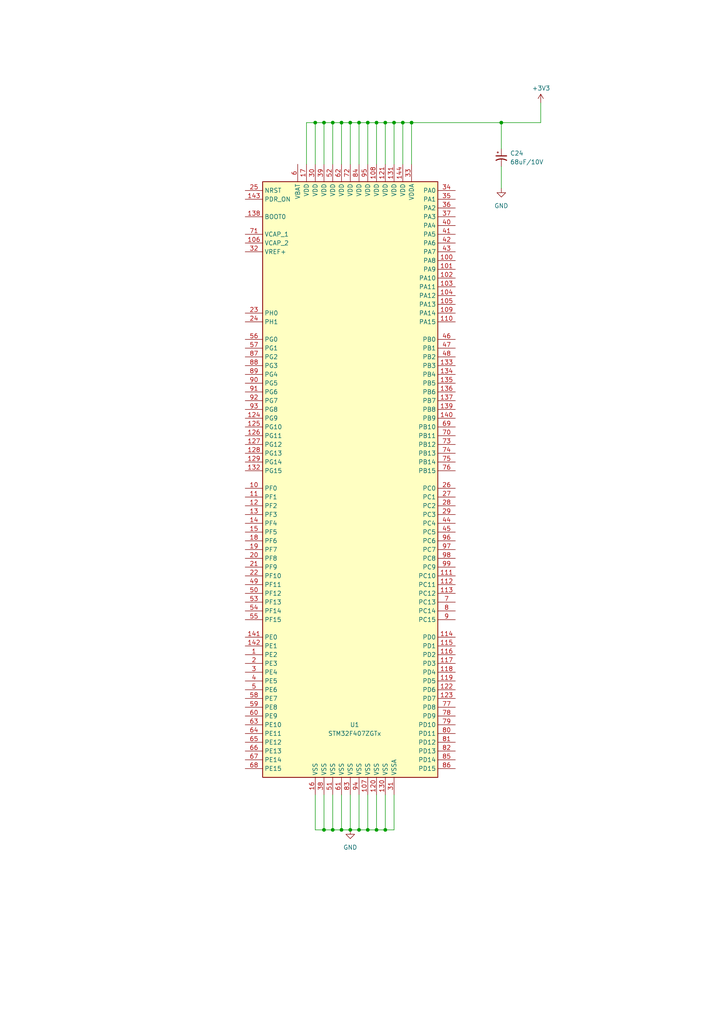
<source format=kicad_sch>
(kicad_sch (version 20210621) (generator eeschema)
  (paper "A4" portrait)
  (lib_symbols
    (symbol "Device:C_Polarized_Small_US" (pin_numbers hide) (pin_names (offset 0.254) hide)
      (property "Reference" "C" (at 0.254 1.778 0))
      (property "Value" "C_Polarized_Small_US" (at 0.254 -2.032 0))
      (symbol "C_Polarized_Small_US_0_1"
        (arc (start -1.524 -0.762) (end 1.524 -0.762) (radius (at 0 -3.556) (length 3.175) (angles 118.6 61.4)) (stroke (width 0.3048)))
        (polyline (pts (xy -1.524 0.508) (xy 1.524 0.508)) (stroke (width 0.3048)))
        (polyline (pts (xy -1.27 1.524) (xy -0.762 1.524)))
        (polyline (pts (xy -1.016 1.27) (xy -1.016 1.778)))
      )
      (symbol "C_Polarized_Small_US_1_1"
        (pin passive line (at 0 2.54 270) (length 2.032) (name "~") (number "1"))
        (pin passive line (at 0 -2.54 90) (length 2.032) (name "~") (number "2"))
      )
    )
    (symbol "MCU_ST_STM32F4:STM32F407ZGTx"
      (property "Reference" "U" (at -25.4 87.63 0))
      (property "Value" "STM32F407ZGTx" (at 20.32 87.63 0))
      (symbol "STM32F407ZGTx_0_1"
        (rectangle (start -25.4 -86.36) (end 25.4 86.36) (stroke (width 0.254)) (fill (type background)))
      )
      (symbol "STM32F407ZGTx_1_1"
        (pin bidirectional line (at -30.48 -50.8 0) (length 5.08) (name "PE2") (number "1"))
        (pin bidirectional line (at -30.48 -2.54 0) (length 5.08) (name "PF0") (number "10"))
        (pin bidirectional line (at 30.48 63.5 180) (length 5.08) (name "PA8") (number "100"))
        (pin bidirectional line (at 30.48 60.96 180) (length 5.08) (name "PA9") (number "101"))
        (pin bidirectional line (at 30.48 58.42 180) (length 5.08) (name "PA10") (number "102"))
        (pin bidirectional line (at 30.48 55.88 180) (length 5.08) (name "PA11") (number "103"))
        (pin bidirectional line (at 30.48 53.34 180) (length 5.08) (name "PA12") (number "104"))
        (pin bidirectional line (at 30.48 50.8 180) (length 5.08) (name "PA13") (number "105"))
        (pin power_in line (at -30.48 68.58 0) (length 5.08) (name "VCAP_2") (number "106"))
        (pin power_in line (at 5.08 -91.44 90) (length 5.08) (name "VSS") (number "107"))
        (pin power_in line (at 7.62 91.44 270) (length 5.08) (name "VDD") (number "108"))
        (pin bidirectional line (at 30.48 48.26 180) (length 5.08) (name "PA14") (number "109"))
        (pin bidirectional line (at -30.48 -5.08 0) (length 5.08) (name "PF1") (number "11"))
        (pin bidirectional line (at 30.48 45.72 180) (length 5.08) (name "PA15") (number "110"))
        (pin bidirectional line (at 30.48 -27.94 180) (length 5.08) (name "PC10") (number "111"))
        (pin bidirectional line (at 30.48 -30.48 180) (length 5.08) (name "PC11") (number "112"))
        (pin bidirectional line (at 30.48 -33.02 180) (length 5.08) (name "PC12") (number "113"))
        (pin bidirectional line (at 30.48 -45.72 180) (length 5.08) (name "PD0") (number "114"))
        (pin bidirectional line (at 30.48 -48.26 180) (length 5.08) (name "PD1") (number "115"))
        (pin bidirectional line (at 30.48 -50.8 180) (length 5.08) (name "PD2") (number "116"))
        (pin bidirectional line (at 30.48 -53.34 180) (length 5.08) (name "PD3") (number "117"))
        (pin bidirectional line (at 30.48 -55.88 180) (length 5.08) (name "PD4") (number "118"))
        (pin bidirectional line (at 30.48 -58.42 180) (length 5.08) (name "PD5") (number "119"))
        (pin bidirectional line (at -30.48 -7.62 0) (length 5.08) (name "PF2") (number "12"))
        (pin power_in line (at 7.62 -91.44 90) (length 5.08) (name "VSS") (number "120"))
        (pin power_in line (at 10.16 91.44 270) (length 5.08) (name "VDD") (number "121"))
        (pin bidirectional line (at 30.48 -60.96 180) (length 5.08) (name "PD6") (number "122"))
        (pin bidirectional line (at 30.48 -63.5 180) (length 5.08) (name "PD7") (number "123"))
        (pin bidirectional line (at -30.48 17.78 0) (length 5.08) (name "PG9") (number "124"))
        (pin bidirectional line (at -30.48 15.24 0) (length 5.08) (name "PG10") (number "125"))
        (pin bidirectional line (at -30.48 12.7 0) (length 5.08) (name "PG11") (number "126"))
        (pin bidirectional line (at -30.48 10.16 0) (length 5.08) (name "PG12") (number "127"))
        (pin bidirectional line (at -30.48 7.62 0) (length 5.08) (name "PG13") (number "128"))
        (pin bidirectional line (at -30.48 5.08 0) (length 5.08) (name "PG14") (number "129"))
        (pin bidirectional line (at -30.48 -10.16 0) (length 5.08) (name "PF3") (number "13"))
        (pin power_in line (at 10.16 -91.44 90) (length 5.08) (name "VSS") (number "130"))
        (pin power_in line (at 12.7 91.44 270) (length 5.08) (name "VDD") (number "131"))
        (pin bidirectional line (at -30.48 2.54 0) (length 5.08) (name "PG15") (number "132"))
        (pin bidirectional line (at 30.48 33.02 180) (length 5.08) (name "PB3") (number "133"))
        (pin bidirectional line (at 30.48 30.48 180) (length 5.08) (name "PB4") (number "134"))
        (pin bidirectional line (at 30.48 27.94 180) (length 5.08) (name "PB5") (number "135"))
        (pin bidirectional line (at 30.48 25.4 180) (length 5.08) (name "PB6") (number "136"))
        (pin bidirectional line (at 30.48 22.86 180) (length 5.08) (name "PB7") (number "137"))
        (pin input line (at -30.48 76.2 0) (length 5.08) (name "BOOT0") (number "138"))
        (pin bidirectional line (at 30.48 20.32 180) (length 5.08) (name "PB8") (number "139"))
        (pin bidirectional line (at -30.48 -12.7 0) (length 5.08) (name "PF4") (number "14"))
        (pin bidirectional line (at 30.48 17.78 180) (length 5.08) (name "PB9") (number "140"))
        (pin bidirectional line (at -30.48 -45.72 0) (length 5.08) (name "PE0") (number "141"))
        (pin bidirectional line (at -30.48 -48.26 0) (length 5.08) (name "PE1") (number "142"))
        (pin input line (at -30.48 81.28 0) (length 5.08) (name "PDR_ON") (number "143"))
        (pin power_in line (at 15.24 91.44 270) (length 5.08) (name "VDD") (number "144"))
        (pin bidirectional line (at -30.48 -15.24 0) (length 5.08) (name "PF5") (number "15"))
        (pin power_in line (at -10.16 -91.44 90) (length 5.08) (name "VSS") (number "16"))
        (pin power_in line (at -12.7 91.44 270) (length 5.08) (name "VDD") (number "17"))
        (pin bidirectional line (at -30.48 -17.78 0) (length 5.08) (name "PF6") (number "18"))
        (pin bidirectional line (at -30.48 -20.32 0) (length 5.08) (name "PF7") (number "19"))
        (pin bidirectional line (at -30.48 -53.34 0) (length 5.08) (name "PE3") (number "2"))
        (pin bidirectional line (at -30.48 -22.86 0) (length 5.08) (name "PF8") (number "20"))
        (pin bidirectional line (at -30.48 -25.4 0) (length 5.08) (name "PF9") (number "21"))
        (pin bidirectional line (at -30.48 -27.94 0) (length 5.08) (name "PF10") (number "22"))
        (pin input line (at -30.48 48.26 0) (length 5.08) (name "PH0") (number "23"))
        (pin input line (at -30.48 45.72 0) (length 5.08) (name "PH1") (number "24"))
        (pin input line (at -30.48 83.82 0) (length 5.08) (name "NRST") (number "25"))
        (pin bidirectional line (at 30.48 -2.54 180) (length 5.08) (name "PC0") (number "26"))
        (pin bidirectional line (at 30.48 -5.08 180) (length 5.08) (name "PC1") (number "27"))
        (pin bidirectional line (at 30.48 -7.62 180) (length 5.08) (name "PC2") (number "28"))
        (pin bidirectional line (at 30.48 -10.16 180) (length 5.08) (name "PC3") (number "29"))
        (pin bidirectional line (at -30.48 -55.88 0) (length 5.08) (name "PE4") (number "3"))
        (pin power_in line (at -10.16 91.44 270) (length 5.08) (name "VDD") (number "30"))
        (pin power_in line (at 12.7 -91.44 90) (length 5.08) (name "VSSA") (number "31"))
        (pin power_in line (at -30.48 66.04 0) (length 5.08) (name "VREF+") (number "32"))
        (pin power_in line (at 17.78 91.44 270) (length 5.08) (name "VDDA") (number "33"))
        (pin bidirectional line (at 30.48 83.82 180) (length 5.08) (name "PA0") (number "34"))
        (pin bidirectional line (at 30.48 81.28 180) (length 5.08) (name "PA1") (number "35"))
        (pin bidirectional line (at 30.48 78.74 180) (length 5.08) (name "PA2") (number "36"))
        (pin bidirectional line (at 30.48 76.2 180) (length 5.08) (name "PA3") (number "37"))
        (pin power_in line (at -7.62 -91.44 90) (length 5.08) (name "VSS") (number "38"))
        (pin power_in line (at -7.62 91.44 270) (length 5.08) (name "VDD") (number "39"))
        (pin bidirectional line (at -30.48 -58.42 0) (length 5.08) (name "PE5") (number "4"))
        (pin bidirectional line (at 30.48 73.66 180) (length 5.08) (name "PA4") (number "40"))
        (pin bidirectional line (at 30.48 71.12 180) (length 5.08) (name "PA5") (number "41"))
        (pin bidirectional line (at 30.48 68.58 180) (length 5.08) (name "PA6") (number "42"))
        (pin bidirectional line (at 30.48 66.04 180) (length 5.08) (name "PA7") (number "43"))
        (pin bidirectional line (at 30.48 -12.7 180) (length 5.08) (name "PC4") (number "44"))
        (pin bidirectional line (at 30.48 -15.24 180) (length 5.08) (name "PC5") (number "45"))
        (pin bidirectional line (at 30.48 40.64 180) (length 5.08) (name "PB0") (number "46"))
        (pin bidirectional line (at 30.48 38.1 180) (length 5.08) (name "PB1") (number "47"))
        (pin bidirectional line (at 30.48 35.56 180) (length 5.08) (name "PB2") (number "48"))
        (pin bidirectional line (at -30.48 -30.48 0) (length 5.08) (name "PF11") (number "49"))
        (pin bidirectional line (at -30.48 -60.96 0) (length 5.08) (name "PE6") (number "5"))
        (pin bidirectional line (at -30.48 -33.02 0) (length 5.08) (name "PF12") (number "50"))
        (pin power_in line (at -5.08 -91.44 90) (length 5.08) (name "VSS") (number "51"))
        (pin power_in line (at -5.08 91.44 270) (length 5.08) (name "VDD") (number "52"))
        (pin bidirectional line (at -30.48 -35.56 0) (length 5.08) (name "PF13") (number "53"))
        (pin bidirectional line (at -30.48 -38.1 0) (length 5.08) (name "PF14") (number "54"))
        (pin bidirectional line (at -30.48 -40.64 0) (length 5.08) (name "PF15") (number "55"))
        (pin bidirectional line (at -30.48 40.64 0) (length 5.08) (name "PG0") (number "56"))
        (pin bidirectional line (at -30.48 38.1 0) (length 5.08) (name "PG1") (number "57"))
        (pin bidirectional line (at -30.48 -63.5 0) (length 5.08) (name "PE7") (number "58"))
        (pin bidirectional line (at -30.48 -66.04 0) (length 5.08) (name "PE8") (number "59"))
        (pin power_in line (at -15.24 91.44 270) (length 5.08) (name "VBAT") (number "6"))
        (pin bidirectional line (at -30.48 -68.58 0) (length 5.08) (name "PE9") (number "60"))
        (pin power_in line (at -2.54 -91.44 90) (length 5.08) (name "VSS") (number "61"))
        (pin power_in line (at -2.54 91.44 270) (length 5.08) (name "VDD") (number "62"))
        (pin bidirectional line (at -30.48 -71.12 0) (length 5.08) (name "PE10") (number "63"))
        (pin bidirectional line (at -30.48 -73.66 0) (length 5.08) (name "PE11") (number "64"))
        (pin bidirectional line (at -30.48 -76.2 0) (length 5.08) (name "PE12") (number "65"))
        (pin bidirectional line (at -30.48 -78.74 0) (length 5.08) (name "PE13") (number "66"))
        (pin bidirectional line (at -30.48 -81.28 0) (length 5.08) (name "PE14") (number "67"))
        (pin bidirectional line (at -30.48 -83.82 0) (length 5.08) (name "PE15") (number "68"))
        (pin bidirectional line (at 30.48 15.24 180) (length 5.08) (name "PB10") (number "69"))
        (pin bidirectional line (at 30.48 -35.56 180) (length 5.08) (name "PC13") (number "7"))
        (pin bidirectional line (at 30.48 12.7 180) (length 5.08) (name "PB11") (number "70"))
        (pin power_in line (at -30.48 71.12 0) (length 5.08) (name "VCAP_1") (number "71"))
        (pin power_in line (at 0 91.44 270) (length 5.08) (name "VDD") (number "72"))
        (pin bidirectional line (at 30.48 10.16 180) (length 5.08) (name "PB12") (number "73"))
        (pin bidirectional line (at 30.48 7.62 180) (length 5.08) (name "PB13") (number "74"))
        (pin bidirectional line (at 30.48 5.08 180) (length 5.08) (name "PB14") (number "75"))
        (pin bidirectional line (at 30.48 2.54 180) (length 5.08) (name "PB15") (number "76"))
        (pin bidirectional line (at 30.48 -66.04 180) (length 5.08) (name "PD8") (number "77"))
        (pin bidirectional line (at 30.48 -68.58 180) (length 5.08) (name "PD9") (number "78"))
        (pin bidirectional line (at 30.48 -71.12 180) (length 5.08) (name "PD10") (number "79"))
        (pin bidirectional line (at 30.48 -38.1 180) (length 5.08) (name "PC14") (number "8"))
        (pin bidirectional line (at 30.48 -73.66 180) (length 5.08) (name "PD11") (number "80"))
        (pin bidirectional line (at 30.48 -76.2 180) (length 5.08) (name "PD12") (number "81"))
        (pin bidirectional line (at 30.48 -78.74 180) (length 5.08) (name "PD13") (number "82"))
        (pin power_in line (at 0 -91.44 90) (length 5.08) (name "VSS") (number "83"))
        (pin power_in line (at 2.54 91.44 270) (length 5.08) (name "VDD") (number "84"))
        (pin bidirectional line (at 30.48 -81.28 180) (length 5.08) (name "PD14") (number "85"))
        (pin bidirectional line (at 30.48 -83.82 180) (length 5.08) (name "PD15") (number "86"))
        (pin bidirectional line (at -30.48 35.56 0) (length 5.08) (name "PG2") (number "87"))
        (pin bidirectional line (at -30.48 33.02 0) (length 5.08) (name "PG3") (number "88"))
        (pin bidirectional line (at -30.48 30.48 0) (length 5.08) (name "PG4") (number "89"))
        (pin bidirectional line (at 30.48 -40.64 180) (length 5.08) (name "PC15") (number "9"))
        (pin bidirectional line (at -30.48 27.94 0) (length 5.08) (name "PG5") (number "90"))
        (pin bidirectional line (at -30.48 25.4 0) (length 5.08) (name "PG6") (number "91"))
        (pin bidirectional line (at -30.48 22.86 0) (length 5.08) (name "PG7") (number "92"))
        (pin bidirectional line (at -30.48 20.32 0) (length 5.08) (name "PG8") (number "93"))
        (pin power_in line (at 2.54 -91.44 90) (length 5.08) (name "VSS") (number "94"))
        (pin power_in line (at 5.08 91.44 270) (length 5.08) (name "VDD") (number "95"))
        (pin bidirectional line (at 30.48 -17.78 180) (length 5.08) (name "PC6") (number "96"))
        (pin bidirectional line (at 30.48 -20.32 180) (length 5.08) (name "PC7") (number "97"))
        (pin bidirectional line (at 30.48 -22.86 180) (length 5.08) (name "PC8") (number "98"))
        (pin bidirectional line (at 30.48 -25.4 180) (length 5.08) (name "PC9") (number "99"))
      )
    )
    (symbol "power:+3V3" (power) (pin_names (offset 0))
      (property "Value" "+3V3" (at 0 3.556 0))
      (symbol "+3V3_0_1"
        (polyline (pts (xy -0.762 1.27) (xy 0 2.54)))
        (polyline (pts (xy 0 0) (xy 0 2.54)))
        (polyline (pts (xy 0 2.54) (xy 0.762 1.27)))
      )
      (symbol "+3V3_1_1"
        (pin power_in line (at 0 0 90) (length 0) hide (name "+3V3") (number "1"))
      )
    )
    (symbol "power:GND" (power) (pin_names (offset 0))
      (property "Value" "GND" (at 0 -3.81 0))
      (symbol "GND_0_1"
        (polyline (pts (xy 0 0) (xy 0 -1.27) (xy 1.27 -1.27) (xy 0 -2.54) (xy -1.27 -1.27) (xy 0 -1.27)))
      )
      (symbol "GND_1_1"
        (pin power_in line (at 0 0 270) (length 0) hide (name "GND") (number "1"))
      )
    )
  )
  (junction (at 91.44 35.56))
  (junction (at 93.98 35.56))
  (junction (at 93.98 240.665))
  (junction (at 96.52 35.56))
  (junction (at 96.52 240.665))
  (junction (at 99.06 35.56))
  (junction (at 99.06 240.665))
  (junction (at 101.6 35.56))
  (junction (at 101.6 240.665))
  (junction (at 104.14 35.56))
  (junction (at 104.14 240.665))
  (junction (at 106.68 35.56))
  (junction (at 106.68 240.665))
  (junction (at 109.22 35.56))
  (junction (at 109.22 240.665))
  (junction (at 111.76 35.56))
  (junction (at 111.76 240.665))
  (junction (at 114.3 35.56))
  (junction (at 116.84 35.56))
  (junction (at 119.38 35.56))
  (junction (at 145.415 35.56) (diameter 0.9144))
  (wire (pts (xy 88.9 35.56) (xy 88.9 47.625)))
  (wire (pts (xy 88.9 35.56) (xy 91.44 35.56)))
  (wire (pts (xy 91.44 35.56) (xy 91.44 47.625)))
  (wire (pts (xy 91.44 35.56) (xy 93.98 35.56)))
  (wire (pts (xy 91.44 230.505) (xy 91.44 240.665)))
  (wire (pts (xy 91.44 240.665) (xy 93.98 240.665)))
  (wire (pts (xy 93.98 35.56) (xy 96.52 35.56)))
  (wire (pts (xy 93.98 47.625) (xy 93.98 35.56)))
  (wire (pts (xy 93.98 230.505) (xy 93.98 240.665)))
  (wire (pts (xy 93.98 240.665) (xy 96.52 240.665)))
  (wire (pts (xy 96.52 35.56) (xy 96.52 47.625)))
  (wire (pts (xy 96.52 35.56) (xy 99.06 35.56)))
  (wire (pts (xy 96.52 230.505) (xy 96.52 240.665)))
  (wire (pts (xy 96.52 240.665) (xy 99.06 240.665)))
  (wire (pts (xy 99.06 35.56) (xy 99.06 47.625)))
  (wire (pts (xy 99.06 35.56) (xy 101.6 35.56)))
  (wire (pts (xy 99.06 230.505) (xy 99.06 240.665)))
  (wire (pts (xy 99.06 240.665) (xy 101.6 240.665)))
  (wire (pts (xy 101.6 35.56) (xy 104.14 35.56)))
  (wire (pts (xy 101.6 47.625) (xy 101.6 35.56)))
  (wire (pts (xy 101.6 230.505) (xy 101.6 240.665)))
  (wire (pts (xy 101.6 240.665) (xy 104.14 240.665)))
  (wire (pts (xy 104.14 35.56) (xy 106.68 35.56)))
  (wire (pts (xy 104.14 47.625) (xy 104.14 35.56)))
  (wire (pts (xy 104.14 230.505) (xy 104.14 240.665)))
  (wire (pts (xy 104.14 240.665) (xy 106.68 240.665)))
  (wire (pts (xy 106.68 35.56) (xy 109.22 35.56)))
  (wire (pts (xy 106.68 47.625) (xy 106.68 35.56)))
  (wire (pts (xy 106.68 230.505) (xy 106.68 240.665)))
  (wire (pts (xy 106.68 240.665) (xy 109.22 240.665)))
  (wire (pts (xy 109.22 35.56) (xy 111.76 35.56)))
  (wire (pts (xy 109.22 47.625) (xy 109.22 35.56)))
  (wire (pts (xy 109.22 230.505) (xy 109.22 240.665)))
  (wire (pts (xy 109.22 240.665) (xy 111.76 240.665)))
  (wire (pts (xy 111.76 35.56) (xy 114.3 35.56)))
  (wire (pts (xy 111.76 47.625) (xy 111.76 35.56)))
  (wire (pts (xy 111.76 230.505) (xy 111.76 240.665)))
  (wire (pts (xy 111.76 240.665) (xy 114.3 240.665)))
  (wire (pts (xy 114.3 35.56) (xy 116.84 35.56)))
  (wire (pts (xy 114.3 47.625) (xy 114.3 35.56)))
  (wire (pts (xy 114.3 240.665) (xy 114.3 230.505)))
  (wire (pts (xy 116.84 35.56) (xy 116.84 47.625)))
  (wire (pts (xy 116.84 35.56) (xy 119.38 35.56)))
  (wire (pts (xy 119.38 35.56) (xy 119.38 47.625)))
  (wire (pts (xy 119.38 35.56) (xy 145.415 35.56)))
  (wire (pts (xy 145.415 35.56) (xy 145.415 43.18)))
  (wire (pts (xy 145.415 35.56) (xy 156.845 35.56)))
  (wire (pts (xy 145.415 48.26) (xy 145.415 54.61)))
  (wire (pts (xy 156.845 29.845) (xy 156.845 35.56)))
  (symbol (lib_id "power:+3V3") (at 156.845 29.845 0) (unit 1)
    (property "Reference" "#PWR0161" (effects hide))
    (property "Value" "+3V3" (at 154.305 25.5904 0) (effects (justify left)))
  )
  (symbol (lib_id "power:GND") (at 101.6 240.665 0) (unit 1)
    (property "Reference" "#PWR0160" (effects hide))
    (property "Value" "GND" (at 101.6 245.745 0))
  )
  (symbol (lib_id "power:GND") (at 145.415 54.61 0) (unit 1)
    (property "Reference" "#PWR0162" (effects hide))
    (property "Value" "GND" (at 145.415 59.69 0))
  )
  (symbol (lib_id "Device:C_Polarized_Small_US") (at 145.415 45.72 0) (unit 1)
    (property "Reference" "C24" (at 147.955 44.4499 0) (effects (justify left)))
    (property "Value" "68uF/10V" (at 147.955 46.9899 0) (effects (justify left)))
    (property "Footprint" "vanalles:CAPAE1030X1050D1200L350X90N" (effects hide))
  )
  (symbol (lib_id "MCU_ST_STM32F4:STM32F407ZGTx") (at 101.6 139.065 0) (unit 1)
    (property "Reference" "U1" (at 102.87 210.185 0))
    (property "Value" "STM32F407ZGTx" (at 102.87 212.725 0))
    (property "Footprint" "halfgeleiders:STM32F407ZGT6" (effects hide))
    (property "Datasheet" "http://www.st.com/st-web-ui/static/active/en/resource/technical/document/datasheet/DM00037051.pdf" (effects hide))
  )
)
</source>
